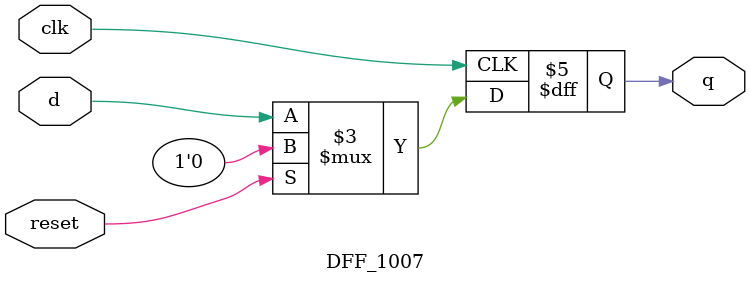
<source format=v>
`timescale 1ns / 1ps
module DFF_1007(q,d,reset,clk);
input d,clk,reset;
output reg q;

always @(posedge clk)
	if (reset)
	q<=0;
	else
	q<=d;


endmodule

</source>
